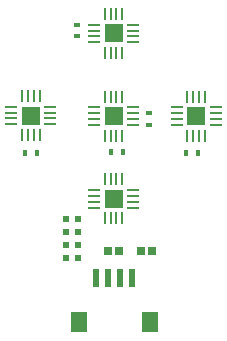
<source format=gtp>
G04 Layer_Color=7318015*
%FSLAX25Y25*%
%MOIN*%
G70*
G01*
G75*
G04:AMPARAMS|DCode=10|XSize=7.09mil|YSize=39.37mil|CornerRadius=0.89mil|HoleSize=0mil|Usage=FLASHONLY|Rotation=90.000|XOffset=0mil|YOffset=0mil|HoleType=Round|Shape=RoundedRectangle|*
%AMROUNDEDRECTD10*
21,1,0.00709,0.03760,0,0,90.0*
21,1,0.00532,0.03937,0,0,90.0*
1,1,0.00177,0.01880,0.00266*
1,1,0.00177,0.01880,-0.00266*
1,1,0.00177,-0.01880,-0.00266*
1,1,0.00177,-0.01880,0.00266*
%
%ADD10ROUNDEDRECTD10*%
G04:AMPARAMS|DCode=11|XSize=7.09mil|YSize=39.37mil|CornerRadius=0.89mil|HoleSize=0mil|Usage=FLASHONLY|Rotation=180.000|XOffset=0mil|YOffset=0mil|HoleType=Round|Shape=RoundedRectangle|*
%AMROUNDEDRECTD11*
21,1,0.00709,0.03760,0,0,180.0*
21,1,0.00532,0.03937,0,0,180.0*
1,1,0.00177,-0.00266,0.01880*
1,1,0.00177,0.00266,0.01880*
1,1,0.00177,0.00266,-0.01880*
1,1,0.00177,-0.00266,-0.01880*
%
%ADD11ROUNDEDRECTD11*%
%ADD12R,0.06299X0.06299*%
%ADD13R,0.06299X0.06299*%
%ADD14R,0.02200X0.02200*%
%ADD15R,0.02756X0.02559*%
%ADD16R,0.01969X0.01575*%
%ADD17R,0.01575X0.01969*%
%ADD18R,0.05512X0.07087*%
%ADD19R,0.02362X0.06102*%
D10*
X249410Y290748D02*
D03*
Y288779D02*
D03*
Y286811D02*
D03*
Y284842D02*
D03*
X262402Y290748D02*
D03*
Y288779D02*
D03*
Y286811D02*
D03*
Y284842D02*
D03*
X289961Y318307D02*
D03*
Y316339D02*
D03*
Y314370D02*
D03*
Y312402D02*
D03*
X276969Y318307D02*
D03*
Y316339D02*
D03*
Y314370D02*
D03*
Y312402D02*
D03*
X249410Y339961D02*
D03*
Y341929D02*
D03*
Y343898D02*
D03*
Y345866D02*
D03*
X262402Y339961D02*
D03*
Y341929D02*
D03*
Y343898D02*
D03*
Y345866D02*
D03*
Y318307D02*
D03*
Y316339D02*
D03*
Y314370D02*
D03*
Y312402D02*
D03*
X249410Y318307D02*
D03*
Y316339D02*
D03*
Y314370D02*
D03*
Y312402D02*
D03*
X234842Y312602D02*
D03*
Y314570D02*
D03*
Y316539D02*
D03*
Y318507D02*
D03*
X221850Y312602D02*
D03*
Y314570D02*
D03*
Y316539D02*
D03*
Y318507D02*
D03*
D11*
X252953Y294291D02*
D03*
X254921D02*
D03*
X256890D02*
D03*
X258858D02*
D03*
X252953Y281299D02*
D03*
X254921D02*
D03*
X256890D02*
D03*
X258858D02*
D03*
X286417Y321850D02*
D03*
X284449D02*
D03*
X282480D02*
D03*
X280512D02*
D03*
X286417Y308858D02*
D03*
X284449D02*
D03*
X282480D02*
D03*
X280512D02*
D03*
X252953Y336417D02*
D03*
X254921D02*
D03*
X256890D02*
D03*
X258858D02*
D03*
X252953Y349410D02*
D03*
X254921D02*
D03*
X256890D02*
D03*
X258858D02*
D03*
Y321850D02*
D03*
X256890D02*
D03*
X254921D02*
D03*
X252953D02*
D03*
X258858Y308858D02*
D03*
X256890D02*
D03*
X254921D02*
D03*
X252953D02*
D03*
X231299Y309058D02*
D03*
X229331D02*
D03*
X227362D02*
D03*
X225394D02*
D03*
X231299Y322050D02*
D03*
X229331D02*
D03*
X227362D02*
D03*
X225394D02*
D03*
D12*
X255906Y287795D02*
D03*
X228346Y315554D02*
D03*
D13*
X283465Y315354D02*
D03*
X255906Y342913D02*
D03*
Y315354D02*
D03*
D14*
X239898Y268110D02*
D03*
X243898D02*
D03*
X239898Y272441D02*
D03*
X243898D02*
D03*
X239898Y276772D02*
D03*
X243898D02*
D03*
X239898Y281102D02*
D03*
X243898D02*
D03*
D15*
X257776Y270472D02*
D03*
X254035D02*
D03*
X265059D02*
D03*
X268799D02*
D03*
D16*
X267717Y312404D02*
D03*
Y316341D02*
D03*
X243701Y345870D02*
D03*
Y341933D02*
D03*
D17*
X284154Y302953D02*
D03*
X280217D02*
D03*
X226378Y302956D02*
D03*
X230315D02*
D03*
X259055Y303350D02*
D03*
X255118D02*
D03*
D18*
X267913Y246654D02*
D03*
X244291D02*
D03*
D19*
X262008Y261417D02*
D03*
X258071D02*
D03*
X254134D02*
D03*
X250197D02*
D03*
M02*

</source>
